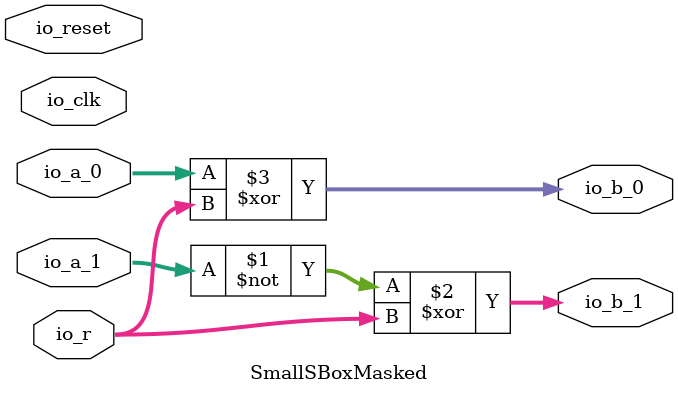
<source format=v>

`timescale 1ns/1ps 

module SmallSBoxMasked (
  input               io_clk,
  input               io_reset,
  input      [7:0]    io_a_0,
  input      [7:0]    io_a_1,
  input      [7:0]    io_r,
  output     [7:0]    io_b_0,
  output     [7:0]    io_b_1
);


  assign io_b_1 = ((~ io_a_1) ^ io_r);
  assign io_b_0 = (io_a_0 ^ io_r);

endmodule

</source>
